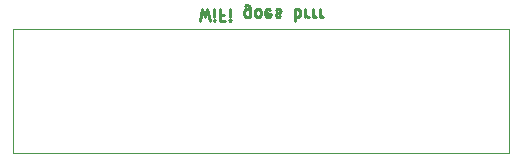
<source format=gbo>
G04 #@! TF.GenerationSoftware,KiCad,Pcbnew,5.1.5+dfsg1-2build2*
G04 #@! TF.CreationDate,2021-04-11T15:19:25-07:00*
G04 #@! TF.ProjectId,back,6261636b-2e6b-4696-9361-645f70636258,rev?*
G04 #@! TF.SameCoordinates,Original*
G04 #@! TF.FileFunction,Legend,Bot*
G04 #@! TF.FilePolarity,Positive*
%FSLAX46Y46*%
G04 Gerber Fmt 4.6, Leading zero omitted, Abs format (unit mm)*
G04 Created by KiCad (PCBNEW 5.1.5+dfsg1-2build2) date 2021-04-11 15:19:25*
%MOMM*%
%LPD*%
G04 APERTURE LIST*
%ADD10C,0.250000*%
%ADD11C,0.120000*%
G04 APERTURE END LIST*
D10*
X123785714Y-86347619D02*
X124023809Y-85347619D01*
X124214285Y-86061904D01*
X124404761Y-85347619D01*
X124642857Y-86347619D01*
X125023809Y-85347619D02*
X125023809Y-86014285D01*
X125023809Y-86347619D02*
X124976190Y-86300000D01*
X125023809Y-86252380D01*
X125071428Y-86300000D01*
X125023809Y-86347619D01*
X125023809Y-86252380D01*
X125833333Y-85871428D02*
X125500000Y-85871428D01*
X125500000Y-85347619D02*
X125500000Y-86347619D01*
X125976190Y-86347619D01*
X126357142Y-85347619D02*
X126357142Y-86014285D01*
X126357142Y-86347619D02*
X126309523Y-86300000D01*
X126357142Y-86252380D01*
X126404761Y-86300000D01*
X126357142Y-86347619D01*
X126357142Y-86252380D01*
X128023809Y-86014285D02*
X128023809Y-85204761D01*
X127976190Y-85109523D01*
X127928571Y-85061904D01*
X127833333Y-85014285D01*
X127690476Y-85014285D01*
X127595238Y-85061904D01*
X128023809Y-85395238D02*
X127928571Y-85347619D01*
X127738095Y-85347619D01*
X127642857Y-85395238D01*
X127595238Y-85442857D01*
X127547619Y-85538095D01*
X127547619Y-85823809D01*
X127595238Y-85919047D01*
X127642857Y-85966666D01*
X127738095Y-86014285D01*
X127928571Y-86014285D01*
X128023809Y-85966666D01*
X128642857Y-85347619D02*
X128547619Y-85395238D01*
X128500000Y-85442857D01*
X128452380Y-85538095D01*
X128452380Y-85823809D01*
X128500000Y-85919047D01*
X128547619Y-85966666D01*
X128642857Y-86014285D01*
X128785714Y-86014285D01*
X128880952Y-85966666D01*
X128928571Y-85919047D01*
X128976190Y-85823809D01*
X128976190Y-85538095D01*
X128928571Y-85442857D01*
X128880952Y-85395238D01*
X128785714Y-85347619D01*
X128642857Y-85347619D01*
X129785714Y-85395238D02*
X129690476Y-85347619D01*
X129500000Y-85347619D01*
X129404761Y-85395238D01*
X129357142Y-85490476D01*
X129357142Y-85871428D01*
X129404761Y-85966666D01*
X129500000Y-86014285D01*
X129690476Y-86014285D01*
X129785714Y-85966666D01*
X129833333Y-85871428D01*
X129833333Y-85776190D01*
X129357142Y-85680952D01*
X130214285Y-85395238D02*
X130309523Y-85347619D01*
X130500000Y-85347619D01*
X130595238Y-85395238D01*
X130642857Y-85490476D01*
X130642857Y-85538095D01*
X130595238Y-85633333D01*
X130500000Y-85680952D01*
X130357142Y-85680952D01*
X130261904Y-85728571D01*
X130214285Y-85823809D01*
X130214285Y-85871428D01*
X130261904Y-85966666D01*
X130357142Y-86014285D01*
X130500000Y-86014285D01*
X130595238Y-85966666D01*
X131833333Y-85347619D02*
X131833333Y-86347619D01*
X131833333Y-85966666D02*
X131928571Y-86014285D01*
X132119047Y-86014285D01*
X132214285Y-85966666D01*
X132261904Y-85919047D01*
X132309523Y-85823809D01*
X132309523Y-85538095D01*
X132261904Y-85442857D01*
X132214285Y-85395238D01*
X132119047Y-85347619D01*
X131928571Y-85347619D01*
X131833333Y-85395238D01*
X132738095Y-85347619D02*
X132738095Y-86014285D01*
X132738095Y-85823809D02*
X132785714Y-85919047D01*
X132833333Y-85966666D01*
X132928571Y-86014285D01*
X133023809Y-86014285D01*
X133357142Y-85347619D02*
X133357142Y-86014285D01*
X133357142Y-85823809D02*
X133404761Y-85919047D01*
X133452380Y-85966666D01*
X133547619Y-86014285D01*
X133642857Y-86014285D01*
X133976190Y-85347619D02*
X133976190Y-86014285D01*
X133976190Y-85823809D02*
X134023809Y-85919047D01*
X134071428Y-85966666D01*
X134166666Y-86014285D01*
X134261904Y-86014285D01*
D11*
X150000000Y-97500000D02*
X108000000Y-97500000D01*
X150000000Y-87000000D02*
X150000000Y-97500000D01*
X108000000Y-87000000D02*
X150000000Y-87000000D01*
X108000000Y-97500000D02*
X108000000Y-87000000D01*
M02*

</source>
